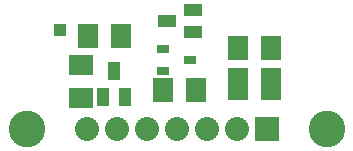
<source format=gts>
G75*
%MOIN*%
%OFA0B0*%
%FSLAX25Y25*%
%IPPOS*%
%LPD*%
%AMOC8*
5,1,8,0,0,1.08239X$1,22.5*
%
%ADD10R,0.08000X0.08000*%
%ADD11C,0.08000*%
%ADD12R,0.04337X0.05912*%
%ADD13R,0.05912X0.04337*%
%ADD14R,0.04400X0.02800*%
%ADD15R,0.06699X0.08274*%
%ADD16R,0.08274X0.06699*%
%ADD17R,0.06699X0.11030*%
%ADD18C,0.12211*%
%ADD19R,0.04337X0.04337*%
D10*
X0097000Y0018000D03*
D11*
X0087000Y0018000D03*
X0077000Y0018000D03*
X0067000Y0018000D03*
X0057000Y0018000D03*
X0047000Y0018000D03*
X0037000Y0018000D03*
D12*
X0042260Y0028669D03*
X0049740Y0028669D03*
X0046000Y0037331D03*
D13*
X0072331Y0050260D03*
X0063669Y0054000D03*
X0072331Y0057740D03*
D14*
X0062500Y0044750D03*
X0071500Y0041000D03*
X0062500Y0037250D03*
D15*
X0062488Y0031000D03*
X0073512Y0031000D03*
X0087488Y0045000D03*
X0098512Y0045000D03*
X0048512Y0049000D03*
X0037488Y0049000D03*
D16*
X0035000Y0039512D03*
X0035000Y0028488D03*
D17*
X0087488Y0033000D03*
X0098512Y0033000D03*
D18*
X0017000Y0018000D03*
X0117000Y0018000D03*
D19*
X0028000Y0051000D03*
M02*

</source>
